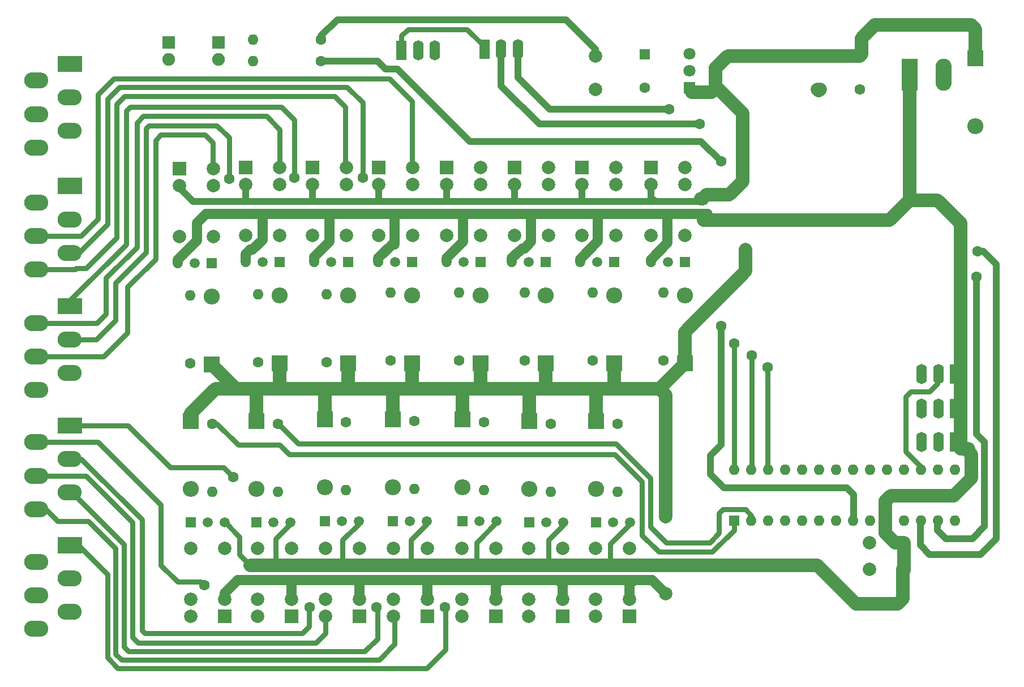
<source format=gtl>
%TF.GenerationSoftware,KiCad,Pcbnew,(5.1.6)-1*%
%TF.CreationDate,2021-11-12T17:11:00+01:00*%
%TF.ProjectId,Relay Control,52656c61-7920-4436-9f6e-74726f6c2e6b,rev?*%
%TF.SameCoordinates,Original*%
%TF.FileFunction,Copper,L1,Top*%
%TF.FilePolarity,Positive*%
%FSLAX46Y46*%
G04 Gerber Fmt 4.6, Leading zero omitted, Abs format (unit mm)*
G04 Created by KiCad (PCBNEW (5.1.6)-1) date 2021-11-12 17:11:00*
%MOMM*%
%LPD*%
G01*
G04 APERTURE LIST*
%TA.AperFunction,ComponentPad*%
%ADD10O,1.600000X1.600000*%
%TD*%
%TA.AperFunction,ComponentPad*%
%ADD11R,1.600000X1.600000*%
%TD*%
%TA.AperFunction,ComponentPad*%
%ADD12C,1.800000*%
%TD*%
%TA.AperFunction,ComponentPad*%
%ADD13R,1.800000X1.800000*%
%TD*%
%TA.AperFunction,ComponentPad*%
%ADD14C,2.000000*%
%TD*%
%TA.AperFunction,ComponentPad*%
%ADD15R,2.000000X2.000000*%
%TD*%
%TA.AperFunction,ComponentPad*%
%ADD16C,1.600000*%
%TD*%
%TA.AperFunction,ComponentPad*%
%ADD17R,1.500000X1.500000*%
%TD*%
%TA.AperFunction,ComponentPad*%
%ADD18C,1.500000*%
%TD*%
%TA.AperFunction,ComponentPad*%
%ADD19O,1.600000X3.000000*%
%TD*%
%TA.AperFunction,ComponentPad*%
%ADD20R,1.600000X3.000000*%
%TD*%
%TA.AperFunction,ComponentPad*%
%ADD21O,2.400000X4.800000*%
%TD*%
%TA.AperFunction,ComponentPad*%
%ADD22R,2.400000X4.800000*%
%TD*%
%TA.AperFunction,ComponentPad*%
%ADD23O,3.600000X2.400000*%
%TD*%
%TA.AperFunction,ComponentPad*%
%ADD24C,0.100000*%
%TD*%
%TA.AperFunction,ComponentPad*%
%ADD25C,1.900000*%
%TD*%
%TA.AperFunction,ComponentPad*%
%ADD26R,1.900000X1.900000*%
%TD*%
%TA.AperFunction,ComponentPad*%
%ADD27O,2.400000X2.400000*%
%TD*%
%TA.AperFunction,ComponentPad*%
%ADD28R,2.400000X2.400000*%
%TD*%
%TA.AperFunction,ViaPad*%
%ADD29C,1.600000*%
%TD*%
%TA.AperFunction,ViaPad*%
%ADD30C,2.000000*%
%TD*%
%TA.AperFunction,Conductor*%
%ADD31C,1.500000*%
%TD*%
%TA.AperFunction,Conductor*%
%ADD32C,0.750000*%
%TD*%
%TA.AperFunction,Conductor*%
%ADD33C,2.000000*%
%TD*%
%TA.AperFunction,Conductor*%
%ADD34C,1.000000*%
%TD*%
G04 APERTURE END LIST*
D10*
%TO.P,U1,28*%
%TO.N,/GPA7*%
X187000000Y-106730000D03*
%TO.P,U1,14*%
%TO.N,N/C*%
X220020000Y-114350000D03*
%TO.P,U1,27*%
%TO.N,/GPA6*%
X189540000Y-106730000D03*
%TO.P,U1,13*%
%TO.N,/SDA*%
X217480000Y-114350000D03*
%TO.P,U1,26*%
%TO.N,/GPA5*%
X192080000Y-106730000D03*
%TO.P,U1,12*%
%TO.N,/SCK*%
X214940000Y-114350000D03*
%TO.P,U1,25*%
%TO.N,/GPA4*%
X194620000Y-106730000D03*
%TO.P,U1,11*%
%TO.N,N/C*%
X212400000Y-114350000D03*
%TO.P,U1,24*%
%TO.N,/GPA3*%
X197160000Y-106730000D03*
%TO.P,U1,10*%
%TO.N,GND*%
X209860000Y-114350000D03*
%TO.P,U1,23*%
%TO.N,/GPA2*%
X199700000Y-106730000D03*
%TO.P,U1,9*%
%TO.N,VCC*%
X207320000Y-114350000D03*
%TO.P,U1,22*%
%TO.N,/GPA1*%
X202240000Y-106730000D03*
%TO.P,U1,8*%
%TO.N,Net-(R17-Pad1)*%
X204780000Y-114350000D03*
%TO.P,U1,21*%
%TO.N,/GPA0*%
X204780000Y-106730000D03*
%TO.P,U1,7*%
%TO.N,/GPB6*%
X202240000Y-114350000D03*
%TO.P,U1,20*%
%TO.N,N/C*%
X207320000Y-106730000D03*
%TO.P,U1,6*%
%TO.N,/GPB5*%
X199700000Y-114350000D03*
%TO.P,U1,19*%
%TO.N,N/C*%
X209860000Y-106730000D03*
%TO.P,U1,5*%
%TO.N,/GPB4*%
X197160000Y-114350000D03*
%TO.P,U1,18*%
%TO.N,VCC*%
X212400000Y-106730000D03*
%TO.P,U1,4*%
%TO.N,/GPB3*%
X194620000Y-114350000D03*
%TO.P,U1,17*%
%TO.N,Net-(JP1-Pad2)*%
X214940000Y-106730000D03*
%TO.P,U1,3*%
%TO.N,/GPB2*%
X192080000Y-114350000D03*
%TO.P,U1,16*%
%TO.N,Net-(JP2-Pad2)*%
X217480000Y-106730000D03*
%TO.P,U1,2*%
%TO.N,/GPB1*%
X189540000Y-114350000D03*
%TO.P,U1,15*%
%TO.N,Net-(JP3-Pad2)*%
X220020000Y-106730000D03*
D11*
%TO.P,U1,1*%
%TO.N,/GPB0*%
X187000000Y-114350000D03*
%TD*%
D12*
%TO.P,U2,3*%
%TO.N,VCC*%
X180300000Y-44520000D03*
%TO.P,U2,2*%
%TO.N,GND*%
X180300000Y-47060000D03*
D13*
%TO.P,U2,1*%
%TO.N,+12V*%
X180300000Y-49600000D03*
%TD*%
D14*
%TO.P,Re15,5*%
%TO.N,/COB6*%
X171366469Y-118454171D03*
%TO.P,Re15,6*%
X166286469Y-118454171D03*
%TO.P,Re15,2*%
%TO.N,+12V*%
X171366469Y-126074171D03*
D15*
%TO.P,Re15,1*%
%TO.N,N/C*%
X171366469Y-128614171D03*
D14*
%TO.P,Re15,9*%
%TO.N,Net-(D15-Pad2)*%
X166286469Y-126074171D03*
%TO.P,Re15,10*%
%TO.N,/NOB6*%
X166286469Y-128614171D03*
%TD*%
%TO.P,Re14,5*%
%TO.N,/COB5*%
X161366469Y-118454171D03*
%TO.P,Re14,6*%
X156286469Y-118454171D03*
%TO.P,Re14,2*%
%TO.N,+12V*%
X161366469Y-126074171D03*
D15*
%TO.P,Re14,1*%
%TO.N,N/C*%
X161366469Y-128614171D03*
D14*
%TO.P,Re14,9*%
%TO.N,Net-(D14-Pad2)*%
X156286469Y-126074171D03*
%TO.P,Re14,10*%
%TO.N,/NOB5*%
X156286469Y-128614171D03*
%TD*%
%TO.P,Re13,5*%
%TO.N,/COB4*%
X151366469Y-118454171D03*
%TO.P,Re13,6*%
X146286469Y-118454171D03*
%TO.P,Re13,2*%
%TO.N,+12V*%
X151366469Y-126074171D03*
D15*
%TO.P,Re13,1*%
%TO.N,N/C*%
X151366469Y-128614171D03*
D14*
%TO.P,Re13,9*%
%TO.N,Net-(D13-Pad2)*%
X146286469Y-126074171D03*
%TO.P,Re13,10*%
%TO.N,/NOB4*%
X146286469Y-128614171D03*
%TD*%
%TO.P,Re12,5*%
%TO.N,/COB3*%
X141166469Y-118454171D03*
%TO.P,Re12,6*%
X136086469Y-118454171D03*
%TO.P,Re12,2*%
%TO.N,+12V*%
X141166469Y-126074171D03*
D15*
%TO.P,Re12,1*%
%TO.N,N/C*%
X141166469Y-128614171D03*
D14*
%TO.P,Re12,9*%
%TO.N,Net-(D12-Pad2)*%
X136086469Y-126074171D03*
%TO.P,Re12,10*%
%TO.N,/NOB3*%
X136086469Y-128614171D03*
%TD*%
%TO.P,Re11,5*%
%TO.N,/COB2*%
X130966469Y-118454171D03*
%TO.P,Re11,6*%
X125886469Y-118454171D03*
%TO.P,Re11,2*%
%TO.N,+12V*%
X130966469Y-126074171D03*
D15*
%TO.P,Re11,1*%
%TO.N,N/C*%
X130966469Y-128614171D03*
D14*
%TO.P,Re11,9*%
%TO.N,Net-(D11-Pad2)*%
X125886469Y-126074171D03*
%TO.P,Re11,10*%
%TO.N,/NOB2*%
X125886469Y-128614171D03*
%TD*%
%TO.P,Re10,5*%
%TO.N,/COB1*%
X120766469Y-118454171D03*
%TO.P,Re10,6*%
X115686469Y-118454171D03*
%TO.P,Re10,2*%
%TO.N,+12V*%
X120766469Y-126074171D03*
D15*
%TO.P,Re10,1*%
%TO.N,N/C*%
X120766469Y-128614171D03*
D14*
%TO.P,Re10,9*%
%TO.N,Net-(D10-Pad2)*%
X115686469Y-126074171D03*
%TO.P,Re10,10*%
%TO.N,/NOB1*%
X115686469Y-128614171D03*
%TD*%
%TO.P,Re9,5*%
%TO.N,/COB0*%
X110816469Y-118454171D03*
%TO.P,Re9,6*%
X105736469Y-118454171D03*
%TO.P,Re9,2*%
%TO.N,+12V*%
X110816469Y-126074171D03*
D15*
%TO.P,Re9,1*%
%TO.N,N/C*%
X110816469Y-128614171D03*
D14*
%TO.P,Re9,9*%
%TO.N,Net-(D9-Pad2)*%
X105736469Y-126074171D03*
%TO.P,Re9,10*%
%TO.N,/NOB0*%
X105736469Y-128614171D03*
%TD*%
%TO.P,Re8,5*%
%TO.N,/COA7*%
X104000000Y-71860000D03*
%TO.P,Re8,6*%
X109080000Y-71860000D03*
%TO.P,Re8,2*%
%TO.N,+12V*%
X104000000Y-64240000D03*
D15*
%TO.P,Re8,1*%
%TO.N,N/C*%
X104000000Y-61700000D03*
D14*
%TO.P,Re8,9*%
%TO.N,Net-(D8-Pad2)*%
X109080000Y-64240000D03*
%TO.P,Re8,10*%
%TO.N,/NOA7*%
X109080000Y-61700000D03*
%TD*%
%TO.P,Re7,5*%
%TO.N,/COA6*%
X113950000Y-71660000D03*
%TO.P,Re7,6*%
X119030000Y-71660000D03*
%TO.P,Re7,2*%
%TO.N,+12V*%
X113950000Y-64040000D03*
D15*
%TO.P,Re7,1*%
%TO.N,N/C*%
X113950000Y-61500000D03*
D14*
%TO.P,Re7,9*%
%TO.N,Net-(D7-Pad2)*%
X119030000Y-64040000D03*
%TO.P,Re7,10*%
%TO.N,/NOA6*%
X119030000Y-61500000D03*
%TD*%
%TO.P,Re6,5*%
%TO.N,/COA5*%
X123900000Y-71660000D03*
%TO.P,Re6,6*%
X128980000Y-71660000D03*
%TO.P,Re6,2*%
%TO.N,+12V*%
X123900000Y-64040000D03*
D15*
%TO.P,Re6,1*%
%TO.N,N/C*%
X123900000Y-61500000D03*
D14*
%TO.P,Re6,9*%
%TO.N,Net-(D6-Pad2)*%
X128980000Y-64040000D03*
%TO.P,Re6,10*%
%TO.N,/NOA5*%
X128980000Y-61500000D03*
%TD*%
%TO.P,Re5,5*%
%TO.N,/COA4*%
X133850000Y-71660000D03*
%TO.P,Re5,6*%
X138930000Y-71660000D03*
%TO.P,Re5,2*%
%TO.N,+12V*%
X133850000Y-64040000D03*
D15*
%TO.P,Re5,1*%
%TO.N,N/C*%
X133850000Y-61500000D03*
D14*
%TO.P,Re5,9*%
%TO.N,Net-(D5-Pad2)*%
X138930000Y-64040000D03*
%TO.P,Re5,10*%
%TO.N,/NOA4*%
X138930000Y-61500000D03*
%TD*%
%TO.P,Re4,5*%
%TO.N,/COA3*%
X144000000Y-71660000D03*
%TO.P,Re4,6*%
X149080000Y-71660000D03*
%TO.P,Re4,2*%
%TO.N,+12V*%
X144000000Y-64040000D03*
D15*
%TO.P,Re4,1*%
%TO.N,N/C*%
X144000000Y-61500000D03*
D14*
%TO.P,Re4,9*%
%TO.N,Net-(D4-Pad2)*%
X149080000Y-64040000D03*
%TO.P,Re4,10*%
%TO.N,/NOA3*%
X149080000Y-61500000D03*
%TD*%
%TO.P,Re3,5*%
%TO.N,/COA2*%
X154200000Y-71660000D03*
%TO.P,Re3,6*%
X159280000Y-71660000D03*
%TO.P,Re3,2*%
%TO.N,+12V*%
X154200000Y-64040000D03*
D15*
%TO.P,Re3,1*%
%TO.N,N/C*%
X154200000Y-61500000D03*
D14*
%TO.P,Re3,9*%
%TO.N,Net-(D3-Pad2)*%
X159280000Y-64040000D03*
%TO.P,Re3,10*%
%TO.N,/NOA2*%
X159280000Y-61500000D03*
%TD*%
%TO.P,Re2,5*%
%TO.N,/COA1*%
X164200000Y-71660000D03*
%TO.P,Re2,6*%
X169280000Y-71660000D03*
%TO.P,Re2,2*%
%TO.N,+12V*%
X164200000Y-64040000D03*
D15*
%TO.P,Re2,1*%
%TO.N,N/C*%
X164200000Y-61500000D03*
D14*
%TO.P,Re2,9*%
%TO.N,Net-(D2-Pad2)*%
X169280000Y-64040000D03*
%TO.P,Re2,10*%
%TO.N,/NOA1*%
X169280000Y-61500000D03*
%TD*%
%TO.P,Re1,5*%
%TO.N,/COA0*%
X174600000Y-71660000D03*
%TO.P,Re1,6*%
X179680000Y-71660000D03*
%TO.P,Re1,2*%
%TO.N,+12V*%
X174600000Y-64040000D03*
D15*
%TO.P,Re1,1*%
%TO.N,N/C*%
X174600000Y-61500000D03*
D14*
%TO.P,Re1,9*%
%TO.N,Net-(D1-Pad2)*%
X179680000Y-64040000D03*
%TO.P,Re1,10*%
%TO.N,/NOA0*%
X179680000Y-61500000D03*
%TD*%
D10*
%TO.P,R17,2*%
%TO.N,Net-(D18-Pad2)*%
X115090000Y-45600000D03*
D16*
%TO.P,R17,1*%
%TO.N,Net-(R17-Pad1)*%
X125250000Y-45600000D03*
%TD*%
D10*
%TO.P,R16,2*%
%TO.N,Net-(D17-Pad2)*%
X115090000Y-42400000D03*
D16*
%TO.P,R16,1*%
%TO.N,VCC*%
X125250000Y-42400000D03*
%TD*%
D10*
%TO.P,R15,2*%
%TO.N,Net-(Q15-Pad2)*%
X169566469Y-109974171D03*
D16*
%TO.P,R15,1*%
%TO.N,/GPB6*%
X169566469Y-99814171D03*
%TD*%
D10*
%TO.P,R14,2*%
%TO.N,Net-(Q14-Pad2)*%
X159566469Y-109974171D03*
D16*
%TO.P,R14,1*%
%TO.N,/GPB5*%
X159566469Y-99814171D03*
%TD*%
D10*
%TO.P,R13,2*%
%TO.N,Net-(Q13-Pad2)*%
X149566469Y-109774171D03*
D16*
%TO.P,R13,1*%
%TO.N,/GPB4*%
X149566469Y-99614171D03*
%TD*%
D10*
%TO.P,R12,2*%
%TO.N,Net-(Q12-Pad2)*%
X139166469Y-109574171D03*
D16*
%TO.P,R12,1*%
%TO.N,/GPB3*%
X139166469Y-99414171D03*
%TD*%
D10*
%TO.P,R11,2*%
%TO.N,Net-(Q11-Pad2)*%
X128966469Y-109774171D03*
D16*
%TO.P,R11,1*%
%TO.N,/GPB2*%
X128966469Y-99614171D03*
%TD*%
D10*
%TO.P,R10,2*%
%TO.N,Net-(Q10-Pad2)*%
X118766469Y-109974171D03*
D16*
%TO.P,R10,1*%
%TO.N,/GPB1*%
X118766469Y-99814171D03*
%TD*%
D10*
%TO.P,R9,2*%
%TO.N,Net-(Q9-Pad2)*%
X108966469Y-109974171D03*
D16*
%TO.P,R9,1*%
%TO.N,/GPB0*%
X108966469Y-99814171D03*
%TD*%
D10*
%TO.P,R8,2*%
%TO.N,Net-(Q8-Pad2)*%
X105650000Y-80640000D03*
D16*
%TO.P,R8,1*%
%TO.N,/GPA7*%
X105650000Y-90800000D03*
%TD*%
D10*
%TO.P,R7,2*%
%TO.N,Net-(Q7-Pad2)*%
X115850000Y-80440000D03*
D16*
%TO.P,R7,1*%
%TO.N,/GPA6*%
X115850000Y-90600000D03*
%TD*%
D10*
%TO.P,R6,2*%
%TO.N,Net-(Q6-Pad2)*%
X126050000Y-80440000D03*
D16*
%TO.P,R6,1*%
%TO.N,/GPA5*%
X126050000Y-90600000D03*
%TD*%
D10*
%TO.P,R5,2*%
%TO.N,Net-(Q5-Pad2)*%
X135650000Y-80240000D03*
D16*
%TO.P,R5,1*%
%TO.N,/GPA4*%
X135650000Y-90400000D03*
%TD*%
D10*
%TO.P,R4,2*%
%TO.N,Net-(Q4-Pad2)*%
X145850000Y-80240000D03*
D16*
%TO.P,R4,1*%
%TO.N,/GPA3*%
X145850000Y-90400000D03*
%TD*%
D10*
%TO.P,R3,2*%
%TO.N,Net-(Q3-Pad2)*%
X155650000Y-80240000D03*
D16*
%TO.P,R3,1*%
%TO.N,/GPA2*%
X155650000Y-90400000D03*
%TD*%
D10*
%TO.P,R2,2*%
%TO.N,Net-(Q2-Pad2)*%
X165850000Y-80240000D03*
D16*
%TO.P,R2,1*%
%TO.N,/GPA1*%
X165850000Y-90400000D03*
%TD*%
D10*
%TO.P,R1,2*%
%TO.N,Net-(Q1-Pad2)*%
X176450000Y-80240000D03*
D16*
%TO.P,R1,1*%
%TO.N,/GPA0*%
X176450000Y-90400000D03*
%TD*%
D17*
%TO.P,Q15,1*%
%TO.N,Net-(D15-Pad2)*%
X166366469Y-114614171D03*
D18*
%TO.P,Q15,3*%
%TO.N,GND*%
X171446469Y-114614171D03*
%TO.P,Q15,2*%
%TO.N,Net-(Q15-Pad2)*%
X168906469Y-114614171D03*
%TD*%
D17*
%TO.P,Q14,1*%
%TO.N,Net-(D14-Pad2)*%
X156366469Y-114614171D03*
D18*
%TO.P,Q14,3*%
%TO.N,GND*%
X161446469Y-114614171D03*
%TO.P,Q14,2*%
%TO.N,Net-(Q14-Pad2)*%
X158906469Y-114614171D03*
%TD*%
D17*
%TO.P,Q13,1*%
%TO.N,Net-(D13-Pad2)*%
X146366469Y-114414171D03*
D18*
%TO.P,Q13,3*%
%TO.N,GND*%
X151446469Y-114414171D03*
%TO.P,Q13,2*%
%TO.N,Net-(Q13-Pad2)*%
X148906469Y-114414171D03*
%TD*%
D17*
%TO.P,Q12,1*%
%TO.N,Net-(D12-Pad2)*%
X135966469Y-114414171D03*
D18*
%TO.P,Q12,3*%
%TO.N,GND*%
X141046469Y-114414171D03*
%TO.P,Q12,2*%
%TO.N,Net-(Q12-Pad2)*%
X138506469Y-114414171D03*
%TD*%
D17*
%TO.P,Q11,1*%
%TO.N,Net-(D11-Pad2)*%
X125766469Y-114414171D03*
D18*
%TO.P,Q11,3*%
%TO.N,GND*%
X130846469Y-114414171D03*
%TO.P,Q11,2*%
%TO.N,Net-(Q11-Pad2)*%
X128306469Y-114414171D03*
%TD*%
D17*
%TO.P,Q10,1*%
%TO.N,Net-(D10-Pad2)*%
X115566469Y-114614171D03*
D18*
%TO.P,Q10,3*%
%TO.N,GND*%
X120646469Y-114614171D03*
%TO.P,Q10,2*%
%TO.N,Net-(Q10-Pad2)*%
X118106469Y-114614171D03*
%TD*%
D17*
%TO.P,Q9,1*%
%TO.N,Net-(D9-Pad2)*%
X105766469Y-114614171D03*
D18*
%TO.P,Q9,3*%
%TO.N,GND*%
X110846469Y-114614171D03*
%TO.P,Q9,2*%
%TO.N,Net-(Q9-Pad2)*%
X108306469Y-114614171D03*
%TD*%
D17*
%TO.P,Q8,1*%
%TO.N,Net-(D8-Pad2)*%
X108850000Y-75800000D03*
D18*
%TO.P,Q8,3*%
%TO.N,GND*%
X103770000Y-75800000D03*
%TO.P,Q8,2*%
%TO.N,Net-(Q8-Pad2)*%
X106310000Y-75800000D03*
%TD*%
D17*
%TO.P,Q7,1*%
%TO.N,Net-(D7-Pad2)*%
X119050000Y-75600000D03*
D18*
%TO.P,Q7,3*%
%TO.N,GND*%
X113970000Y-75600000D03*
%TO.P,Q7,2*%
%TO.N,Net-(Q7-Pad2)*%
X116510000Y-75600000D03*
%TD*%
D17*
%TO.P,Q6,1*%
%TO.N,Net-(D6-Pad2)*%
X129250000Y-75600000D03*
D18*
%TO.P,Q6,3*%
%TO.N,GND*%
X124170000Y-75600000D03*
%TO.P,Q6,2*%
%TO.N,Net-(Q6-Pad2)*%
X126710000Y-75600000D03*
%TD*%
D17*
%TO.P,Q5,1*%
%TO.N,Net-(D5-Pad2)*%
X138850000Y-75600000D03*
D18*
%TO.P,Q5,3*%
%TO.N,GND*%
X133770000Y-75600000D03*
%TO.P,Q5,2*%
%TO.N,Net-(Q5-Pad2)*%
X136310000Y-75600000D03*
%TD*%
D17*
%TO.P,Q4,1*%
%TO.N,Net-(D4-Pad2)*%
X149050000Y-75600000D03*
D18*
%TO.P,Q4,3*%
%TO.N,GND*%
X143970000Y-75600000D03*
%TO.P,Q4,2*%
%TO.N,Net-(Q4-Pad2)*%
X146510000Y-75600000D03*
%TD*%
D17*
%TO.P,Q3,1*%
%TO.N,Net-(D3-Pad2)*%
X158850000Y-75600000D03*
D18*
%TO.P,Q3,3*%
%TO.N,GND*%
X153770000Y-75600000D03*
%TO.P,Q3,2*%
%TO.N,Net-(Q3-Pad2)*%
X156310000Y-75600000D03*
%TD*%
D17*
%TO.P,Q2,1*%
%TO.N,Net-(D2-Pad2)*%
X169050000Y-75600000D03*
D18*
%TO.P,Q2,3*%
%TO.N,GND*%
X163970000Y-75600000D03*
%TO.P,Q2,2*%
%TO.N,Net-(Q2-Pad2)*%
X166510000Y-75600000D03*
%TD*%
D17*
%TO.P,Q1,1*%
%TO.N,Net-(D1-Pad2)*%
X179650000Y-75600000D03*
D18*
%TO.P,Q1,3*%
%TO.N,GND*%
X174570000Y-75600000D03*
%TO.P,Q1,2*%
%TO.N,Net-(Q1-Pad2)*%
X177110000Y-75600000D03*
%TD*%
D19*
%TO.P,JP3,3*%
%TO.N,VCC*%
X215050000Y-102600000D03*
%TO.P,JP3,2*%
%TO.N,Net-(JP3-Pad2)*%
X217550000Y-102600000D03*
D20*
%TO.P,JP3,1*%
%TO.N,GND*%
X220050000Y-102600000D03*
%TD*%
D19*
%TO.P,JP2,3*%
%TO.N,VCC*%
X215050000Y-97600000D03*
%TO.P,JP2,2*%
%TO.N,Net-(JP2-Pad2)*%
X217550000Y-97600000D03*
D20*
%TO.P,JP2,1*%
%TO.N,GND*%
X220050000Y-97600000D03*
%TD*%
D19*
%TO.P,JP1,3*%
%TO.N,VCC*%
X215050000Y-92400000D03*
%TO.P,JP1,2*%
%TO.N,Net-(JP1-Pad2)*%
X217550000Y-92400000D03*
D20*
%TO.P,JP1,1*%
%TO.N,GND*%
X220050000Y-92400000D03*
%TD*%
D21*
%TO.P,J8,2*%
%TO.N,Net-(D16-Pad2)*%
X218330000Y-47600000D03*
D22*
%TO.P,J8,1*%
%TO.N,GND*%
X213250000Y-47600000D03*
%TD*%
D19*
%TO.P,J7,3*%
%TO.N,/SDA*%
X142250000Y-44000000D03*
%TO.P,J7,2*%
%TO.N,/SCK*%
X139750000Y-44000000D03*
D20*
%TO.P,J7,1*%
%TO.N,GND*%
X137250000Y-44000000D03*
%TD*%
D19*
%TO.P,J6,3*%
%TO.N,/SDA*%
X154650000Y-43800000D03*
%TO.P,J6,2*%
%TO.N,/SCK*%
X152150000Y-43800000D03*
D20*
%TO.P,J6,1*%
%TO.N,GND*%
X149650000Y-43800000D03*
%TD*%
D23*
%TO.P,J5,2*%
%TO.N,/NOB4*%
X82650000Y-120500000D03*
%TA.AperFunction,ComponentPad*%
D24*
%TO.P,J5,1*%
%TO.N,/COB4*%
G36*
X85850000Y-119200000D02*
G01*
X85850000Y-116800000D01*
X89450000Y-116800000D01*
X89450000Y-119200000D01*
X85850000Y-119200000D01*
G37*
%TD.AperFunction*%
D23*
%TO.P,J5,3*%
%TO.N,/COB5*%
X87650000Y-123000000D03*
%TO.P,J5,4*%
%TO.N,/NOB5*%
X82650000Y-125500000D03*
%TO.P,J5,5*%
%TO.N,/COB6*%
X87650000Y-128000000D03*
%TO.P,J5,6*%
%TO.N,/NOB6*%
X82650000Y-130500000D03*
%TD*%
%TO.P,J4,2*%
%TO.N,/NOB1*%
X82650000Y-102600000D03*
%TA.AperFunction,ComponentPad*%
D24*
%TO.P,J4,1*%
%TO.N,/COB1*%
G36*
X85850000Y-101300000D02*
G01*
X85850000Y-98900000D01*
X89450000Y-98900000D01*
X89450000Y-101300000D01*
X85850000Y-101300000D01*
G37*
%TD.AperFunction*%
D23*
%TO.P,J4,3*%
%TO.N,/COB2*%
X87650000Y-105100000D03*
%TO.P,J4,4*%
%TO.N,/NOB2*%
X82650000Y-107600000D03*
%TO.P,J4,5*%
%TO.N,/COB3*%
X87650000Y-110100000D03*
%TO.P,J4,6*%
%TO.N,/NOB3*%
X82650000Y-112600000D03*
%TD*%
%TO.P,J3,2*%
%TO.N,/NOA6*%
X82650000Y-84750000D03*
%TA.AperFunction,ComponentPad*%
D24*
%TO.P,J3,1*%
%TO.N,/COA6*%
G36*
X85850000Y-83450000D02*
G01*
X85850000Y-81050000D01*
X89450000Y-81050000D01*
X89450000Y-83450000D01*
X85850000Y-83450000D01*
G37*
%TD.AperFunction*%
D23*
%TO.P,J3,3*%
%TO.N,/COA7*%
X87650000Y-87250000D03*
%TO.P,J3,4*%
%TO.N,/NOA7*%
X82650000Y-89750000D03*
%TO.P,J3,5*%
%TO.N,/COB0*%
X87650000Y-92250000D03*
%TO.P,J3,6*%
%TO.N,/NOB0*%
X82650000Y-94750000D03*
%TD*%
%TO.P,J2,2*%
%TO.N,/NOA3*%
X82650000Y-66750000D03*
%TA.AperFunction,ComponentPad*%
D24*
%TO.P,J2,1*%
%TO.N,/COA3*%
G36*
X85850000Y-65450000D02*
G01*
X85850000Y-63050000D01*
X89450000Y-63050000D01*
X89450000Y-65450000D01*
X85850000Y-65450000D01*
G37*
%TD.AperFunction*%
D23*
%TO.P,J2,3*%
%TO.N,/COA4*%
X87650000Y-69250000D03*
%TO.P,J2,4*%
%TO.N,/NOA4*%
X82650000Y-71750000D03*
%TO.P,J2,5*%
%TO.N,/COA5*%
X87650000Y-74250000D03*
%TO.P,J2,6*%
%TO.N,/NOA5*%
X82650000Y-76750000D03*
%TD*%
%TO.P,J1,2*%
%TO.N,/NOA0*%
X82650000Y-48500000D03*
%TA.AperFunction,ComponentPad*%
D24*
%TO.P,J1,1*%
%TO.N,/COA0*%
G36*
X85850000Y-47200000D02*
G01*
X85850000Y-44800000D01*
X89450000Y-44800000D01*
X89450000Y-47200000D01*
X85850000Y-47200000D01*
G37*
%TD.AperFunction*%
D23*
%TO.P,J1,3*%
%TO.N,/COA1*%
X87650000Y-51000000D03*
%TO.P,J1,4*%
%TO.N,/NOA1*%
X82650000Y-53500000D03*
%TO.P,J1,5*%
%TO.N,/COA2*%
X87650000Y-56000000D03*
%TO.P,J1,6*%
%TO.N,/NOA2*%
X82650000Y-58500000D03*
%TD*%
D25*
%TO.P,D18,1*%
%TO.N,GND*%
X109850000Y-45300000D03*
D26*
%TO.P,D18,2*%
%TO.N,Net-(D18-Pad2)*%
X109850000Y-42800000D03*
%TD*%
D25*
%TO.P,D17,1*%
%TO.N,GND*%
X102450000Y-45300000D03*
D26*
%TO.P,D17,2*%
%TO.N,Net-(D17-Pad2)*%
X102450000Y-42800000D03*
%TD*%
D27*
%TO.P,D16,2*%
%TO.N,Net-(D16-Pad2)*%
X223050000Y-55360000D03*
D28*
%TO.P,D16,1*%
%TO.N,+12V*%
X223050000Y-45200000D03*
%TD*%
D27*
%TO.P,D15,2*%
%TO.N,Net-(D15-Pad2)*%
X166366469Y-109574171D03*
D28*
%TO.P,D15,1*%
%TO.N,+12V*%
X166366469Y-99414171D03*
%TD*%
D27*
%TO.P,D14,2*%
%TO.N,Net-(D14-Pad2)*%
X156366469Y-109574171D03*
D28*
%TO.P,D14,1*%
%TO.N,+12V*%
X156366469Y-99414171D03*
%TD*%
D27*
%TO.P,D13,2*%
%TO.N,Net-(D13-Pad2)*%
X146366469Y-109374171D03*
D28*
%TO.P,D13,1*%
%TO.N,+12V*%
X146366469Y-99214171D03*
%TD*%
D27*
%TO.P,D12,2*%
%TO.N,Net-(D12-Pad2)*%
X135966469Y-109374171D03*
D28*
%TO.P,D12,1*%
%TO.N,+12V*%
X135966469Y-99214171D03*
%TD*%
D27*
%TO.P,D11,2*%
%TO.N,Net-(D11-Pad2)*%
X125766469Y-109374171D03*
D28*
%TO.P,D11,1*%
%TO.N,+12V*%
X125766469Y-99214171D03*
%TD*%
D27*
%TO.P,D10,2*%
%TO.N,Net-(D10-Pad2)*%
X115566469Y-109574171D03*
D28*
%TO.P,D10,1*%
%TO.N,+12V*%
X115566469Y-99414171D03*
%TD*%
D27*
%TO.P,D9,2*%
%TO.N,Net-(D9-Pad2)*%
X105766469Y-109574171D03*
D28*
%TO.P,D9,1*%
%TO.N,+12V*%
X105766469Y-99414171D03*
%TD*%
D27*
%TO.P,D8,2*%
%TO.N,Net-(D8-Pad2)*%
X108850000Y-80840000D03*
D28*
%TO.P,D8,1*%
%TO.N,+12V*%
X108850000Y-91000000D03*
%TD*%
D27*
%TO.P,D7,2*%
%TO.N,Net-(D7-Pad2)*%
X119050000Y-80640000D03*
D28*
%TO.P,D7,1*%
%TO.N,+12V*%
X119050000Y-90800000D03*
%TD*%
D27*
%TO.P,D6,2*%
%TO.N,Net-(D6-Pad2)*%
X129250000Y-80640000D03*
D28*
%TO.P,D6,1*%
%TO.N,+12V*%
X129250000Y-90800000D03*
%TD*%
D27*
%TO.P,D5,2*%
%TO.N,Net-(D5-Pad2)*%
X138850000Y-80640000D03*
D28*
%TO.P,D5,1*%
%TO.N,+12V*%
X138850000Y-90800000D03*
%TD*%
D27*
%TO.P,D4,2*%
%TO.N,Net-(D4-Pad2)*%
X149050000Y-80640000D03*
D28*
%TO.P,D4,1*%
%TO.N,+12V*%
X149050000Y-90800000D03*
%TD*%
D27*
%TO.P,D3,2*%
%TO.N,Net-(D3-Pad2)*%
X158850000Y-80640000D03*
D28*
%TO.P,D3,1*%
%TO.N,+12V*%
X158850000Y-90800000D03*
%TD*%
D27*
%TO.P,D2,2*%
%TO.N,Net-(D2-Pad2)*%
X169050000Y-80640000D03*
D28*
%TO.P,D2,1*%
%TO.N,+12V*%
X169050000Y-90800000D03*
%TD*%
D27*
%TO.P,D1,2*%
%TO.N,Net-(D1-Pad2)*%
X179650000Y-80600000D03*
D28*
%TO.P,D1,1*%
%TO.N,+12V*%
X179650000Y-90760000D03*
%TD*%
D14*
%TO.P,C6,2*%
%TO.N,GND*%
X212250000Y-117600000D03*
%TO.P,C6,1*%
%TO.N,VCC*%
X207250000Y-117600000D03*
%TD*%
%TO.P,C5,2*%
%TO.N,GND*%
X166250000Y-49800000D03*
%TO.P,C5,1*%
%TO.N,VCC*%
X166250000Y-44800000D03*
%TD*%
D16*
%TO.P,C4,2*%
%TO.N,GND*%
X173650000Y-49600000D03*
D11*
%TO.P,C4,1*%
%TO.N,VCC*%
X173650000Y-44600000D03*
%TD*%
D14*
%TO.P,C3,2*%
%TO.N,GND*%
X199450000Y-49800000D03*
%TO.P,C3,1*%
%TO.N,+12V*%
X199450000Y-44800000D03*
%TD*%
D16*
%TO.P,C2,2*%
%TO.N,GND*%
X205850000Y-49800000D03*
D11*
%TO.P,C2,1*%
%TO.N,+12V*%
X205850000Y-44800000D03*
%TD*%
D14*
%TO.P,C1,2*%
%TO.N,GND*%
X212250000Y-121600000D03*
%TO.P,C1,1*%
%TO.N,VCC*%
X207250000Y-121600000D03*
%TD*%
D29*
%TO.N,+12V*%
X188750000Y-73750000D03*
X188250000Y-63600000D03*
D30*
X176750000Y-125250000D03*
X176750000Y-113750000D03*
D29*
%TO.N,/COA5*%
X131450000Y-63000000D03*
%TO.N,/COA6*%
X121250000Y-63000000D03*
%TO.N,/COA7*%
X111450000Y-63200000D03*
%TO.N,/NOB1*%
X107750000Y-124000000D03*
%TO.N,/COB1*%
X112050000Y-107800000D03*
%TO.N,/COB2*%
X123500000Y-127250000D03*
%TO.N,/COB3*%
X133500000Y-127250000D03*
%TO.N,/COB4*%
X143750000Y-127250000D03*
%TO.N,/GPA5*%
X192050000Y-91400000D03*
%TO.N,/GPA6*%
X189650000Y-89600000D03*
%TO.N,/GPA7*%
X187050000Y-87800000D03*
%TO.N,Net-(R17-Pad1)*%
X185050000Y-60600000D03*
X185050000Y-85200000D03*
%TO.N,/SDA*%
X177250000Y-52800000D03*
X223250000Y-77800000D03*
%TO.N,/SCK*%
X181850000Y-55000000D03*
X223450000Y-74000000D03*
%TD*%
D31*
%TO.N,GND*%
X103770000Y-75800000D02*
X103770000Y-75280000D01*
X103770000Y-75280000D02*
X106650000Y-72400000D01*
X106650000Y-72400000D02*
X106650000Y-69800000D01*
X106650000Y-69800000D02*
X108050000Y-68400000D01*
X174570000Y-75600000D02*
X174570000Y-75280000D01*
X174570000Y-75280000D02*
X177050000Y-72800000D01*
X177050000Y-72800000D02*
X177050000Y-68400000D01*
X177050000Y-68400000D02*
X183050000Y-68400000D01*
X163970000Y-75600000D02*
X163970000Y-75179998D01*
X166650000Y-72499998D02*
X166650000Y-68400000D01*
X163970000Y-75179998D02*
X166650000Y-72499998D01*
X166650000Y-68400000D02*
X177050000Y-68400000D01*
X153770000Y-75600000D02*
X153770000Y-75080000D01*
X153770000Y-75080000D02*
X154850000Y-74000000D01*
X154850000Y-74000000D02*
X154960001Y-74000000D01*
X154960001Y-74000000D02*
X155360001Y-73600000D01*
X155360001Y-73600000D02*
X155650000Y-73600000D01*
X156650000Y-72600000D02*
X156650000Y-68400000D01*
X155650000Y-73600000D02*
X156650000Y-72600000D01*
X156650000Y-68400000D02*
X166650000Y-68400000D01*
X143970000Y-75600000D02*
X143970000Y-75080000D01*
X143970000Y-75080000D02*
X146450000Y-72600000D01*
X146450000Y-72600000D02*
X146450000Y-68400000D01*
X146450000Y-68400000D02*
X156650000Y-68400000D01*
X133770000Y-75600000D02*
X133770000Y-75080000D01*
X133770000Y-75080000D02*
X135850000Y-73000000D01*
X135850000Y-73000000D02*
X136250000Y-73000000D01*
X136250000Y-73000000D02*
X136250000Y-68600000D01*
X136250000Y-68600000D02*
X136450000Y-68400000D01*
X136450000Y-68400000D02*
X146450000Y-68400000D01*
X124170000Y-75600000D02*
X124170000Y-74880000D01*
X126450000Y-72600000D02*
X126450000Y-68400000D01*
X124170000Y-74880000D02*
X126450000Y-72600000D01*
X126450000Y-68400000D02*
X136450000Y-68400000D01*
X113970000Y-75600000D02*
X113970000Y-74480000D01*
X113970000Y-74480000D02*
X114650000Y-73800000D01*
X114650000Y-73800000D02*
X115000001Y-73800000D01*
X116450000Y-72350001D02*
X116450000Y-68400000D01*
X115000001Y-73800000D02*
X116450000Y-72350001D01*
X108050000Y-68400000D02*
X116450000Y-68400000D01*
X116450000Y-68400000D02*
X126450000Y-68400000D01*
D32*
X137250000Y-44000000D02*
X137250000Y-41800000D01*
X137250000Y-41800000D02*
X138250000Y-40800000D01*
X138250000Y-40800000D02*
X147050000Y-40800000D01*
X147050000Y-40800000D02*
X149650000Y-43400000D01*
D33*
X199650000Y-50000000D02*
X199850000Y-49800000D01*
D32*
X110846469Y-114614171D02*
X110864171Y-114614171D01*
X110864171Y-114614171D02*
X113050000Y-116800000D01*
X113050000Y-119400000D02*
X114650000Y-121000000D01*
X113050000Y-116800000D02*
X113050000Y-119400000D01*
X120646469Y-114614171D02*
X120646469Y-114803531D01*
X118450000Y-117000000D02*
X118450000Y-121000000D01*
X120646469Y-114803531D02*
X118450000Y-117000000D01*
D33*
X118450000Y-121000000D02*
X114650000Y-121000000D01*
D32*
X130846469Y-114414171D02*
X130846469Y-114803531D01*
X128450000Y-117200000D02*
X128450000Y-121000000D01*
X130846469Y-114803531D02*
X128450000Y-117200000D01*
D33*
X128450000Y-121000000D02*
X118450000Y-121000000D01*
D32*
X141046469Y-114414171D02*
X141046469Y-114803531D01*
X138650000Y-117200000D02*
X138650000Y-121000000D01*
X141046469Y-114803531D02*
X138650000Y-117200000D01*
D33*
X138650000Y-121000000D02*
X128450000Y-121000000D01*
D32*
X151446469Y-114414171D02*
X151446469Y-114603531D01*
X151446469Y-114603531D02*
X148450000Y-117600000D01*
X148450000Y-117600000D02*
X148450000Y-121000000D01*
D33*
X148450000Y-121000000D02*
X138650000Y-121000000D01*
D32*
X161446469Y-114614171D02*
X161446469Y-115003531D01*
X161446469Y-115003531D02*
X159250000Y-117200000D01*
X159250000Y-117200000D02*
X159250000Y-121000000D01*
D33*
X159250000Y-121000000D02*
X148450000Y-121000000D01*
D32*
X171446469Y-114614171D02*
X171446469Y-114803531D01*
X168450000Y-117800000D02*
X168450000Y-121000000D01*
X171446469Y-114803531D02*
X168450000Y-117800000D01*
D33*
X168450000Y-121000000D02*
X159250000Y-121000000D01*
X213250000Y-47600000D02*
X213250000Y-66400000D01*
X213250000Y-66400000D02*
X210250000Y-69400000D01*
X210250000Y-69400000D02*
X182450000Y-69400000D01*
X213250000Y-66400000D02*
X217450000Y-66400000D01*
X217450000Y-66400000D02*
X220850000Y-69800000D01*
X220850000Y-69800000D02*
X220850000Y-103600000D01*
X220850000Y-103600000D02*
X222050000Y-103600000D01*
X210450000Y-110600000D02*
X209650000Y-111400000D01*
X209650000Y-111400000D02*
X209650000Y-116200000D01*
X209650000Y-116200000D02*
X211050000Y-117600000D01*
X211050000Y-117600000D02*
X212450000Y-117600000D01*
X212450000Y-117600000D02*
X212450000Y-121800000D01*
X212250000Y-121600000D02*
X212250000Y-126000000D01*
X212250000Y-126000000D02*
X211450000Y-126800000D01*
X211450000Y-126800000D02*
X205250000Y-126800000D01*
X199450000Y-121000000D02*
X168450000Y-121000000D01*
X205250000Y-126800000D02*
X199450000Y-121000000D01*
X222050000Y-103600000D02*
X222050000Y-104000000D01*
X222050000Y-104000000D02*
X222450000Y-104400000D01*
X222450000Y-104400000D02*
X222450000Y-108000000D01*
X219850000Y-110600000D02*
X210450000Y-110600000D01*
X222450000Y-108000000D02*
X219850000Y-110600000D01*
D34*
%TO.N,VCC*%
X125250000Y-42400000D02*
X125250000Y-41800000D01*
X125250000Y-41800000D02*
X127650000Y-39400000D01*
X127650000Y-39400000D02*
X161850000Y-39400000D01*
X161850000Y-39400000D02*
X166250000Y-43800000D01*
X166250000Y-43800000D02*
X166250000Y-44800000D01*
%TO.N,+12V*%
X104000000Y-64240000D02*
X104000000Y-64550000D01*
X104000000Y-64550000D02*
X106050000Y-66600000D01*
X174600000Y-65950000D02*
X175250000Y-66600000D01*
X174600000Y-64040000D02*
X174600000Y-65950000D01*
X175250000Y-66600000D02*
X182650000Y-66600000D01*
X164200000Y-66550000D02*
X164250000Y-66600000D01*
X164200000Y-64040000D02*
X164200000Y-66550000D01*
X164250000Y-66600000D02*
X175250000Y-66600000D01*
X154200000Y-66550000D02*
X154250000Y-66600000D01*
X154200000Y-64040000D02*
X154200000Y-66550000D01*
X154250000Y-66600000D02*
X164250000Y-66600000D01*
X144000000Y-64040000D02*
X144000000Y-66250000D01*
X144000000Y-66250000D02*
X143650000Y-66600000D01*
X143650000Y-66600000D02*
X154250000Y-66600000D01*
X133850000Y-66400000D02*
X133650000Y-66600000D01*
X133850000Y-64040000D02*
X133850000Y-66400000D01*
X133650000Y-66600000D02*
X143650000Y-66600000D01*
X123900000Y-64040000D02*
X123900000Y-66550000D01*
X123900000Y-66550000D02*
X123850000Y-66600000D01*
X123850000Y-66600000D02*
X133650000Y-66600000D01*
X113950000Y-66500000D02*
X114050000Y-66600000D01*
X113950000Y-64040000D02*
X113950000Y-66500000D01*
X106050000Y-66600000D02*
X114050000Y-66600000D01*
X114050000Y-66600000D02*
X123850000Y-66600000D01*
D33*
X221850000Y-40200000D02*
X208050000Y-40200000D01*
X208050000Y-40200000D02*
X206050000Y-42200000D01*
X206050000Y-42200000D02*
X206050000Y-44600000D01*
X206050000Y-44600000D02*
X205850000Y-44800000D01*
X205850000Y-44800000D02*
X199250000Y-44800000D01*
X199250000Y-44800000D02*
X186050000Y-44800000D01*
X186050000Y-44800000D02*
X184250000Y-46600000D01*
X184250000Y-46600000D02*
X184250000Y-49600000D01*
X184250000Y-49600000D02*
X183650000Y-50200000D01*
X183650000Y-50200000D02*
X180650000Y-50200000D01*
X108850000Y-91000000D02*
X112050000Y-94200000D01*
X112050000Y-94200000D02*
X112450000Y-94600000D01*
X175850000Y-94600000D02*
X179850000Y-90600000D01*
X105766469Y-99414171D02*
X105766469Y-98283531D01*
X109450000Y-94600000D02*
X112450000Y-94600000D01*
X105766469Y-98283531D02*
X109450000Y-94600000D01*
X115566469Y-95083531D02*
X116050000Y-94600000D01*
X112450000Y-94600000D02*
X116050000Y-94600000D01*
X115566469Y-99414171D02*
X115566469Y-95083531D01*
X119050000Y-90800000D02*
X119050000Y-94600000D01*
X116050000Y-94600000D02*
X119050000Y-94600000D01*
X125766469Y-99214171D02*
X125766469Y-95083531D01*
X125766469Y-95083531D02*
X126250000Y-94600000D01*
X119050000Y-94600000D02*
X126250000Y-94600000D01*
X129250000Y-90800000D02*
X129250000Y-94600000D01*
X126250000Y-94600000D02*
X129250000Y-94600000D01*
X135966469Y-95083531D02*
X136450000Y-94600000D01*
X135966469Y-99214171D02*
X135966469Y-95083531D01*
X129250000Y-94600000D02*
X136450000Y-94600000D01*
X138850000Y-90800000D02*
X138850000Y-94400000D01*
X136450000Y-94600000D02*
X138650000Y-94600000D01*
X138850000Y-94400000D02*
X138650000Y-94600000D01*
X146366469Y-94883531D02*
X146650000Y-94600000D01*
X146366469Y-99214171D02*
X146366469Y-94883531D01*
X138650000Y-94600000D02*
X146650000Y-94600000D01*
X149050000Y-90800000D02*
X149050000Y-94200000D01*
X146650000Y-94600000D02*
X149450000Y-94600000D01*
X149050000Y-94200000D02*
X149450000Y-94600000D01*
X158850000Y-94400000D02*
X158650000Y-94600000D01*
X158850000Y-90800000D02*
X158850000Y-94400000D01*
X156366469Y-94883531D02*
X156650000Y-94600000D01*
X156366469Y-99414171D02*
X156366469Y-94883531D01*
X149450000Y-94600000D02*
X156650000Y-94600000D01*
X156650000Y-94600000D02*
X158650000Y-94600000D01*
X169050000Y-90800000D02*
X169050000Y-94600000D01*
X169050000Y-94600000D02*
X175850000Y-94600000D01*
X166366469Y-99414171D02*
X166366469Y-95083531D01*
X158650000Y-94600000D02*
X166850000Y-94600000D01*
X166366469Y-95083531D02*
X166850000Y-94600000D01*
X166850000Y-94600000D02*
X169050000Y-94600000D01*
X221850000Y-40200000D02*
X222450000Y-40200000D01*
X222450000Y-40200000D02*
X223050000Y-40800000D01*
X223050000Y-40800000D02*
X223050000Y-45000000D01*
X184250000Y-49600000D02*
X184450000Y-49600000D01*
X184450000Y-49600000D02*
X188250000Y-53400000D01*
X188250000Y-53400000D02*
X188250000Y-63600000D01*
X188250000Y-63600000D02*
X186250000Y-65600000D01*
X186250000Y-65600000D02*
X182850000Y-65600000D01*
X182300010Y-66149990D02*
X182050000Y-66149990D01*
X182850000Y-65600000D02*
X182300010Y-66149990D01*
X179650000Y-90760000D02*
X179650000Y-86100000D01*
X179650000Y-86100000D02*
X188750000Y-77000000D01*
X188750000Y-77000000D02*
X188750000Y-73750000D01*
D31*
X110816469Y-126074171D02*
X110816469Y-125183531D01*
X110816469Y-125183531D02*
X112750000Y-123250000D01*
X174750000Y-123250000D02*
X176750000Y-125250000D01*
X120766469Y-123516469D02*
X120500000Y-123250000D01*
X120766469Y-126074171D02*
X120766469Y-123516469D01*
X112750000Y-123250000D02*
X120500000Y-123250000D01*
X130966469Y-123466469D02*
X130750000Y-123250000D01*
X130966469Y-126074171D02*
X130966469Y-123466469D01*
X120500000Y-123250000D02*
X130750000Y-123250000D01*
X141166469Y-123666469D02*
X140750000Y-123250000D01*
X141166469Y-126074171D02*
X141166469Y-123666469D01*
X130750000Y-123250000D02*
X140750000Y-123250000D01*
X151366469Y-123883531D02*
X152000000Y-123250000D01*
X151366469Y-126074171D02*
X151366469Y-123883531D01*
X140750000Y-123250000D02*
X152000000Y-123250000D01*
X161366469Y-123866469D02*
X160750000Y-123250000D01*
X161366469Y-126074171D02*
X161366469Y-123866469D01*
X152000000Y-123250000D02*
X160750000Y-123250000D01*
X171366469Y-126074171D02*
X171366469Y-123883531D01*
X171366469Y-123883531D02*
X172000000Y-123250000D01*
X160750000Y-123250000D02*
X172000000Y-123250000D01*
X172000000Y-123250000D02*
X174750000Y-123250000D01*
D33*
X176750000Y-95500000D02*
X175850000Y-94600000D01*
X176750000Y-113750000D02*
X176750000Y-95500000D01*
D32*
%TO.N,/NOA4*%
X82650000Y-71750000D02*
X89300000Y-71750000D01*
X89300000Y-71750000D02*
X91850000Y-69200000D01*
X91850000Y-69200000D02*
X91850000Y-50600000D01*
X91850000Y-50600000D02*
X94250000Y-48200000D01*
X135450000Y-48200000D02*
X138850000Y-51600000D01*
X138850000Y-51600000D02*
X138850000Y-61600000D01*
X94250000Y-48200000D02*
X135450000Y-48200000D01*
%TO.N,/COA5*%
X87650000Y-74250000D02*
X89000000Y-74250000D01*
X89000000Y-74250000D02*
X93250000Y-70000000D01*
X93250000Y-70000000D02*
X93250000Y-51250010D01*
X93250000Y-51250010D02*
X95050000Y-49450010D01*
X129100010Y-49450010D02*
X131450000Y-51800000D01*
X131450000Y-51800000D02*
X131450000Y-63000000D01*
X95050000Y-49450010D02*
X129100010Y-49450010D01*
%TO.N,/NOA5*%
X82650000Y-76750000D02*
X88425010Y-76750000D01*
X88425010Y-76750000D02*
X88575010Y-76600000D01*
X88575010Y-76600000D02*
X90050000Y-76600000D01*
X90050000Y-76600000D02*
X94650000Y-72000000D01*
X94650000Y-72000000D02*
X94650000Y-52000000D01*
X94650000Y-52000000D02*
X95850000Y-50800000D01*
X127250000Y-50800000D02*
X128850000Y-52400000D01*
X128850000Y-52400000D02*
X128850000Y-61400000D01*
X127250000Y-50800000D02*
X95850000Y-50800000D01*
%TO.N,/NOA6*%
X82650000Y-84750000D02*
X91700000Y-84750000D01*
X91700000Y-84750000D02*
X93050000Y-83400000D01*
X93050000Y-83400000D02*
X93050000Y-78000000D01*
X93050000Y-78000000D02*
X97650000Y-73400000D01*
X97650000Y-73400000D02*
X97650000Y-54800000D01*
X97650000Y-54800000D02*
X98650000Y-53800000D01*
X117050000Y-53800000D02*
X119050000Y-55800000D01*
X119050000Y-55800000D02*
X119050000Y-61600000D01*
X117050000Y-53800000D02*
X98650000Y-53800000D01*
%TO.N,/COA6*%
X87650000Y-82250000D02*
X87650000Y-81400000D01*
X87650000Y-81400000D02*
X96050000Y-73000000D01*
X96050000Y-73000000D02*
X96050000Y-53000000D01*
X96050000Y-53000000D02*
X96650000Y-52400000D01*
X119250000Y-52400000D02*
X121250000Y-54400000D01*
X121250000Y-54400000D02*
X121250000Y-63000000D01*
X96650000Y-52400000D02*
X119250000Y-52400000D01*
%TO.N,/COA7*%
X87650000Y-87250000D02*
X91600000Y-87250000D01*
X91600000Y-87250000D02*
X94450000Y-84400000D01*
X94450000Y-84400000D02*
X94450000Y-78800000D01*
X94450000Y-78800000D02*
X99050000Y-74200000D01*
X99050000Y-74200000D02*
X99050000Y-55650010D01*
X99050000Y-55650010D02*
X99500010Y-55200000D01*
X109650000Y-55200000D02*
X111450000Y-57000000D01*
X111450000Y-57000000D02*
X111450000Y-63200000D01*
X99500010Y-55200000D02*
X109650000Y-55200000D01*
%TO.N,/NOA7*%
X82650000Y-89750000D02*
X92700000Y-89750000D01*
X92700000Y-89750000D02*
X96250000Y-86200000D01*
X96250000Y-86200000D02*
X96250000Y-79400000D01*
X96250000Y-79400000D02*
X100450000Y-75200000D01*
X100450000Y-75200000D02*
X100450000Y-57400000D01*
X100450000Y-57400000D02*
X101250000Y-56600000D01*
X107850000Y-56600000D02*
X109050000Y-57800000D01*
X109050000Y-57800000D02*
X109050000Y-61800000D01*
X101250000Y-56600000D02*
X107850000Y-56600000D01*
%TO.N,/NOB1*%
X82650000Y-102600000D02*
X91850000Y-102600000D01*
X91850000Y-102600000D02*
X101250000Y-112000000D01*
X101250000Y-112000000D02*
X101250000Y-121000000D01*
X101250000Y-121000000D02*
X103750000Y-123500000D01*
X115500000Y-128500000D02*
X115750000Y-128500000D01*
X103750000Y-123500000D02*
X107250000Y-123500000D01*
X107250000Y-123500000D02*
X107750000Y-124000000D01*
%TO.N,/COB1*%
X96350000Y-100100000D02*
X102650000Y-106400000D01*
X102650000Y-106400000D02*
X110650000Y-106400000D01*
X110650000Y-106400000D02*
X112050000Y-107800000D01*
X87650000Y-100100000D02*
X96350000Y-100100000D01*
%TO.N,/COB2*%
X87650000Y-105100000D02*
X89350000Y-105100000D01*
X89350000Y-105100000D02*
X98450000Y-114200000D01*
X98450000Y-114200000D02*
X98450000Y-130749990D01*
X98450000Y-130749990D02*
X98900010Y-131200000D01*
X122450000Y-131200000D02*
X123450000Y-130200000D01*
X98900010Y-131200000D02*
X122450000Y-131200000D01*
X123450000Y-130200000D02*
X123450000Y-127300000D01*
X123450000Y-127300000D02*
X123500000Y-127250000D01*
%TO.N,/NOB2*%
X82650000Y-107600000D02*
X90050000Y-107600000D01*
X90050000Y-107600000D02*
X97050000Y-114600000D01*
X97050000Y-114600000D02*
X97050000Y-131800000D01*
X97050000Y-131800000D02*
X97850000Y-132600000D01*
X124450000Y-132600000D02*
X125850000Y-131200000D01*
X125850000Y-131200000D02*
X125850000Y-128600000D01*
X97850000Y-132600000D02*
X124450000Y-132600000D01*
%TO.N,/COB3*%
X87650000Y-110100000D02*
X87950000Y-110100000D01*
X87950000Y-110100000D02*
X95750020Y-117900020D01*
X95750020Y-117900020D02*
X95750020Y-133200000D01*
X95750020Y-133200000D02*
X96450000Y-133899980D01*
X131750020Y-133899980D02*
X133650000Y-132000000D01*
X96450000Y-133899980D02*
X131750020Y-133899980D01*
X133650000Y-132000000D02*
X133650000Y-127400000D01*
X133650000Y-127400000D02*
X133500000Y-127250000D01*
%TO.N,/NOB3*%
X82650000Y-112600000D02*
X84050000Y-112600000D01*
X84050000Y-112600000D02*
X85850000Y-114400000D01*
X85850000Y-114400000D02*
X90450000Y-114400000D01*
X90450000Y-114400000D02*
X94500010Y-118450010D01*
X94500010Y-118450010D02*
X94500010Y-134282230D01*
X94500010Y-134282230D02*
X95367770Y-135149990D01*
X133900010Y-135149990D02*
X136250000Y-132800000D01*
X136250000Y-132800000D02*
X136250000Y-128800000D01*
X95367770Y-135149990D02*
X133900010Y-135149990D01*
%TO.N,/COB4*%
X87650000Y-118000000D02*
X88850000Y-118000000D01*
X88850000Y-118000000D02*
X93250000Y-122400000D01*
X93250000Y-122400000D02*
X93250000Y-134800000D01*
X93250000Y-134800000D02*
X94850000Y-136400000D01*
X141050000Y-136400000D02*
X143850000Y-133600000D01*
X94850000Y-136400000D02*
X141050000Y-136400000D01*
X143850000Y-133600000D02*
X143850000Y-127350000D01*
X143850000Y-127350000D02*
X143750000Y-127250000D01*
%TO.N,Net-(JP1-Pad2)*%
X214940000Y-106730000D02*
X214940000Y-106290000D01*
X214940000Y-106290000D02*
X212650000Y-104000000D01*
X212650000Y-104000000D02*
X212650000Y-95800000D01*
X212650000Y-95800000D02*
X213450000Y-95000000D01*
X213450000Y-95000000D02*
X216250000Y-95000000D01*
X216250000Y-95000000D02*
X217450000Y-93800000D01*
X217450000Y-93800000D02*
X217450000Y-92400000D01*
%TO.N,/GPA5*%
X192050000Y-91400000D02*
X192050000Y-106800000D01*
%TO.N,/GPA6*%
X189650000Y-89600000D02*
X189650000Y-106600000D01*
X189650000Y-106600000D02*
X189450000Y-106800000D01*
%TO.N,/GPA7*%
X187050000Y-87800000D02*
X187050000Y-106800000D01*
%TO.N,/GPB0*%
X109664171Y-99814171D02*
X112850000Y-103000000D01*
X108966469Y-99814171D02*
X109664171Y-99814171D01*
X112850000Y-103000000D02*
X119050000Y-103000000D01*
X119050000Y-103000000D02*
X120450000Y-104400000D01*
X187000000Y-114350000D02*
X187000000Y-115750000D01*
X187000000Y-115750000D02*
X183750000Y-119000000D01*
X183750000Y-119000000D02*
X175750000Y-119000000D01*
X175750000Y-119000000D02*
X173250000Y-116500000D01*
X173250000Y-116500000D02*
X173250000Y-108500000D01*
X169150000Y-104400000D02*
X120450000Y-104400000D01*
X173250000Y-108500000D02*
X169150000Y-104400000D01*
%TO.N,/GPB1*%
X118864171Y-99814171D02*
X118766469Y-99814171D01*
X121850000Y-102800000D02*
X118864171Y-99814171D01*
X184750000Y-113250000D02*
X184750000Y-116232220D01*
X185325001Y-112674999D02*
X184750000Y-113250000D01*
X188674999Y-112674999D02*
X185325001Y-112674999D01*
X189540000Y-114350000D02*
X189540000Y-113540000D01*
X184750000Y-116232220D02*
X183366110Y-117616110D01*
X189540000Y-113540000D02*
X188674999Y-112674999D01*
X183366110Y-117616110D02*
X176866120Y-117616110D01*
X176866120Y-117616110D02*
X174500009Y-115249999D01*
X174500009Y-115249999D02*
X174500009Y-107982229D01*
X174500009Y-107982229D02*
X169317780Y-102800000D01*
X169317780Y-102800000D02*
X121850000Y-102800000D01*
D34*
%TO.N,Net-(R17-Pad1)*%
X204850000Y-110400000D02*
X204850000Y-114400000D01*
X185450000Y-109400000D02*
X203850000Y-109400000D01*
X183450000Y-107400000D02*
X185450000Y-109400000D01*
X203850000Y-109400000D02*
X204850000Y-110400000D01*
X185050000Y-103000000D02*
X183450000Y-104600000D01*
X183450000Y-104600000D02*
X183450000Y-107400000D01*
X185050000Y-85200000D02*
X185050000Y-103000000D01*
X133650000Y-45600000D02*
X134850000Y-46800000D01*
X134850000Y-46800000D02*
X136650000Y-46800000D01*
X182050000Y-57600000D02*
X185050000Y-60600000D01*
X125250000Y-45600000D02*
X133650000Y-45600000D01*
X147450000Y-57600000D02*
X182050000Y-57600000D01*
X136650000Y-46800000D02*
X147450000Y-57600000D01*
%TO.N,/SDA*%
X154650000Y-43800000D02*
X154650000Y-48000000D01*
X154650000Y-48000000D02*
X159450000Y-52800000D01*
X159450000Y-52800000D02*
X177250000Y-52800000D01*
X223250000Y-77800000D02*
X223250000Y-101400000D01*
X223250000Y-101400000D02*
X224450000Y-102600000D01*
X224450000Y-102600000D02*
X224450000Y-115200000D01*
X224450000Y-115200000D02*
X222650000Y-117000000D01*
X222650000Y-117000000D02*
X218650000Y-117000000D01*
X218650000Y-117000000D02*
X217450000Y-115800000D01*
X217450000Y-115800000D02*
X217450000Y-114200000D01*
%TO.N,/SCK*%
X152150000Y-43800000D02*
X152150000Y-49300000D01*
X152150000Y-49300000D02*
X157850000Y-55000000D01*
X157850000Y-55000000D02*
X181850000Y-55000000D01*
X223450000Y-74000000D02*
X224250000Y-74000000D01*
X224250000Y-74000000D02*
X226250000Y-76000000D01*
X226250000Y-76000000D02*
X226250000Y-117000000D01*
X226250000Y-117000000D02*
X223850000Y-119400000D01*
X223850000Y-119400000D02*
X216250000Y-119400000D01*
X216250000Y-119400000D02*
X214850000Y-118000000D01*
X214850000Y-118000000D02*
X214850000Y-114200000D01*
%TD*%
M02*

</source>
